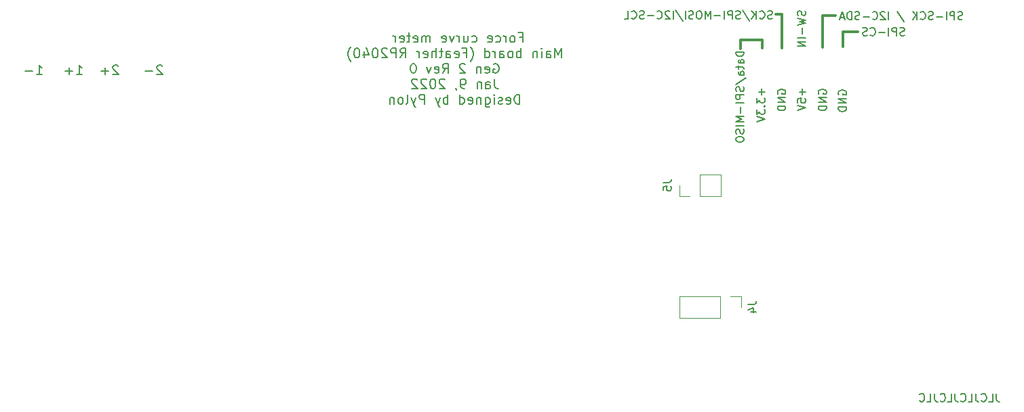
<source format=gbr>
%TF.GenerationSoftware,KiCad,Pcbnew,(6.0.0)*%
%TF.CreationDate,2022-01-09T22:19:22-05:00*%
%TF.ProjectId,Main-board-FeatherRP2040,4d61696e-2d62-46f6-9172-642d46656174,rev?*%
%TF.SameCoordinates,Original*%
%TF.FileFunction,Legend,Bot*%
%TF.FilePolarity,Positive*%
%FSLAX46Y46*%
G04 Gerber Fmt 4.6, Leading zero omitted, Abs format (unit mm)*
G04 Created by KiCad (PCBNEW (6.0.0)) date 2022-01-09 22:19:22*
%MOMM*%
%LPD*%
G01*
G04 APERTURE LIST*
%ADD10C,0.200000*%
%ADD11C,0.300000*%
%ADD12C,0.150000*%
%ADD13C,0.120000*%
G04 APERTURE END LIST*
D10*
X73685714Y-3850285D02*
X74085714Y-3850285D01*
X74085714Y-4478857D02*
X74085714Y-3278857D01*
X73514285Y-3278857D01*
X72885714Y-4478857D02*
X73000000Y-4421714D01*
X73057142Y-4364571D01*
X73114285Y-4250285D01*
X73114285Y-3907428D01*
X73057142Y-3793142D01*
X73000000Y-3736000D01*
X72885714Y-3678857D01*
X72714285Y-3678857D01*
X72600000Y-3736000D01*
X72542857Y-3793142D01*
X72485714Y-3907428D01*
X72485714Y-4250285D01*
X72542857Y-4364571D01*
X72600000Y-4421714D01*
X72714285Y-4478857D01*
X72885714Y-4478857D01*
X71971428Y-4478857D02*
X71971428Y-3678857D01*
X71971428Y-3907428D02*
X71914285Y-3793142D01*
X71857142Y-3736000D01*
X71742857Y-3678857D01*
X71628571Y-3678857D01*
X70714285Y-4421714D02*
X70828571Y-4478857D01*
X71057142Y-4478857D01*
X71171428Y-4421714D01*
X71228571Y-4364571D01*
X71285714Y-4250285D01*
X71285714Y-3907428D01*
X71228571Y-3793142D01*
X71171428Y-3736000D01*
X71057142Y-3678857D01*
X70828571Y-3678857D01*
X70714285Y-3736000D01*
X69742857Y-4421714D02*
X69857142Y-4478857D01*
X70085714Y-4478857D01*
X70200000Y-4421714D01*
X70257142Y-4307428D01*
X70257142Y-3850285D01*
X70200000Y-3736000D01*
X70085714Y-3678857D01*
X69857142Y-3678857D01*
X69742857Y-3736000D01*
X69685714Y-3850285D01*
X69685714Y-3964571D01*
X70257142Y-4078857D01*
X67742857Y-4421714D02*
X67857142Y-4478857D01*
X68085714Y-4478857D01*
X68200000Y-4421714D01*
X68257142Y-4364571D01*
X68314285Y-4250285D01*
X68314285Y-3907428D01*
X68257142Y-3793142D01*
X68200000Y-3736000D01*
X68085714Y-3678857D01*
X67857142Y-3678857D01*
X67742857Y-3736000D01*
X66714285Y-3678857D02*
X66714285Y-4478857D01*
X67228571Y-3678857D02*
X67228571Y-4307428D01*
X67171428Y-4421714D01*
X67057142Y-4478857D01*
X66885714Y-4478857D01*
X66771428Y-4421714D01*
X66714285Y-4364571D01*
X66142857Y-4478857D02*
X66142857Y-3678857D01*
X66142857Y-3907428D02*
X66085714Y-3793142D01*
X66028571Y-3736000D01*
X65914285Y-3678857D01*
X65800000Y-3678857D01*
X65514285Y-3678857D02*
X65228571Y-4478857D01*
X64942857Y-3678857D01*
X64028571Y-4421714D02*
X64142857Y-4478857D01*
X64371428Y-4478857D01*
X64485714Y-4421714D01*
X64542857Y-4307428D01*
X64542857Y-3850285D01*
X64485714Y-3736000D01*
X64371428Y-3678857D01*
X64142857Y-3678857D01*
X64028571Y-3736000D01*
X63971428Y-3850285D01*
X63971428Y-3964571D01*
X64542857Y-4078857D01*
X62542857Y-4478857D02*
X62542857Y-3678857D01*
X62542857Y-3793142D02*
X62485714Y-3736000D01*
X62371428Y-3678857D01*
X62200000Y-3678857D01*
X62085714Y-3736000D01*
X62028571Y-3850285D01*
X62028571Y-4478857D01*
X62028571Y-3850285D02*
X61971428Y-3736000D01*
X61857142Y-3678857D01*
X61685714Y-3678857D01*
X61571428Y-3736000D01*
X61514285Y-3850285D01*
X61514285Y-4478857D01*
X60485714Y-4421714D02*
X60600000Y-4478857D01*
X60828571Y-4478857D01*
X60942857Y-4421714D01*
X61000000Y-4307428D01*
X61000000Y-3850285D01*
X60942857Y-3736000D01*
X60828571Y-3678857D01*
X60600000Y-3678857D01*
X60485714Y-3736000D01*
X60428571Y-3850285D01*
X60428571Y-3964571D01*
X61000000Y-4078857D01*
X60085714Y-3678857D02*
X59628571Y-3678857D01*
X59914285Y-3278857D02*
X59914285Y-4307428D01*
X59857142Y-4421714D01*
X59742857Y-4478857D01*
X59628571Y-4478857D01*
X58771428Y-4421714D02*
X58885714Y-4478857D01*
X59114285Y-4478857D01*
X59228571Y-4421714D01*
X59285714Y-4307428D01*
X59285714Y-3850285D01*
X59228571Y-3736000D01*
X59114285Y-3678857D01*
X58885714Y-3678857D01*
X58771428Y-3736000D01*
X58714285Y-3850285D01*
X58714285Y-3964571D01*
X59285714Y-4078857D01*
X58200000Y-4478857D02*
X58200000Y-3678857D01*
X58200000Y-3907428D02*
X58142857Y-3793142D01*
X58085714Y-3736000D01*
X57971428Y-3678857D01*
X57857142Y-3678857D01*
X78914285Y-6410857D02*
X78914285Y-5210857D01*
X78514285Y-6068000D01*
X78114285Y-5210857D01*
X78114285Y-6410857D01*
X77028571Y-6410857D02*
X77028571Y-5782285D01*
X77085714Y-5668000D01*
X77200000Y-5610857D01*
X77428571Y-5610857D01*
X77542857Y-5668000D01*
X77028571Y-6353714D02*
X77142857Y-6410857D01*
X77428571Y-6410857D01*
X77542857Y-6353714D01*
X77600000Y-6239428D01*
X77600000Y-6125142D01*
X77542857Y-6010857D01*
X77428571Y-5953714D01*
X77142857Y-5953714D01*
X77028571Y-5896571D01*
X76457142Y-6410857D02*
X76457142Y-5610857D01*
X76457142Y-5210857D02*
X76514285Y-5268000D01*
X76457142Y-5325142D01*
X76400000Y-5268000D01*
X76457142Y-5210857D01*
X76457142Y-5325142D01*
X75885714Y-5610857D02*
X75885714Y-6410857D01*
X75885714Y-5725142D02*
X75828571Y-5668000D01*
X75714285Y-5610857D01*
X75542857Y-5610857D01*
X75428571Y-5668000D01*
X75371428Y-5782285D01*
X75371428Y-6410857D01*
X73885714Y-6410857D02*
X73885714Y-5210857D01*
X73885714Y-5668000D02*
X73771428Y-5610857D01*
X73542857Y-5610857D01*
X73428571Y-5668000D01*
X73371428Y-5725142D01*
X73314285Y-5839428D01*
X73314285Y-6182285D01*
X73371428Y-6296571D01*
X73428571Y-6353714D01*
X73542857Y-6410857D01*
X73771428Y-6410857D01*
X73885714Y-6353714D01*
X72628571Y-6410857D02*
X72742857Y-6353714D01*
X72800000Y-6296571D01*
X72857142Y-6182285D01*
X72857142Y-5839428D01*
X72800000Y-5725142D01*
X72742857Y-5668000D01*
X72628571Y-5610857D01*
X72457142Y-5610857D01*
X72342857Y-5668000D01*
X72285714Y-5725142D01*
X72228571Y-5839428D01*
X72228571Y-6182285D01*
X72285714Y-6296571D01*
X72342857Y-6353714D01*
X72457142Y-6410857D01*
X72628571Y-6410857D01*
X71200000Y-6410857D02*
X71200000Y-5782285D01*
X71257142Y-5668000D01*
X71371428Y-5610857D01*
X71600000Y-5610857D01*
X71714285Y-5668000D01*
X71200000Y-6353714D02*
X71314285Y-6410857D01*
X71600000Y-6410857D01*
X71714285Y-6353714D01*
X71771428Y-6239428D01*
X71771428Y-6125142D01*
X71714285Y-6010857D01*
X71600000Y-5953714D01*
X71314285Y-5953714D01*
X71200000Y-5896571D01*
X70628571Y-6410857D02*
X70628571Y-5610857D01*
X70628571Y-5839428D02*
X70571428Y-5725142D01*
X70514285Y-5668000D01*
X70400000Y-5610857D01*
X70285714Y-5610857D01*
X69371428Y-6410857D02*
X69371428Y-5210857D01*
X69371428Y-6353714D02*
X69485714Y-6410857D01*
X69714285Y-6410857D01*
X69828571Y-6353714D01*
X69885714Y-6296571D01*
X69942857Y-6182285D01*
X69942857Y-5839428D01*
X69885714Y-5725142D01*
X69828571Y-5668000D01*
X69714285Y-5610857D01*
X69485714Y-5610857D01*
X69371428Y-5668000D01*
X67542857Y-6868000D02*
X67600000Y-6810857D01*
X67714285Y-6639428D01*
X67771428Y-6525142D01*
X67828571Y-6353714D01*
X67885714Y-6068000D01*
X67885714Y-5839428D01*
X67828571Y-5553714D01*
X67771428Y-5382285D01*
X67714285Y-5268000D01*
X67600000Y-5096571D01*
X67542857Y-5039428D01*
X66685714Y-5782285D02*
X67085714Y-5782285D01*
X67085714Y-6410857D02*
X67085714Y-5210857D01*
X66514285Y-5210857D01*
X65599999Y-6353714D02*
X65714285Y-6410857D01*
X65942857Y-6410857D01*
X66057142Y-6353714D01*
X66114285Y-6239428D01*
X66114285Y-5782285D01*
X66057142Y-5668000D01*
X65942857Y-5610857D01*
X65714285Y-5610857D01*
X65599999Y-5668000D01*
X65542857Y-5782285D01*
X65542857Y-5896571D01*
X66114285Y-6010857D01*
X64514285Y-6410857D02*
X64514285Y-5782285D01*
X64571428Y-5668000D01*
X64685714Y-5610857D01*
X64914285Y-5610857D01*
X65028571Y-5668000D01*
X64514285Y-6353714D02*
X64628571Y-6410857D01*
X64914285Y-6410857D01*
X65028571Y-6353714D01*
X65085714Y-6239428D01*
X65085714Y-6125142D01*
X65028571Y-6010857D01*
X64914285Y-5953714D01*
X64628571Y-5953714D01*
X64514285Y-5896571D01*
X64114285Y-5610857D02*
X63657142Y-5610857D01*
X63942857Y-5210857D02*
X63942857Y-6239428D01*
X63885714Y-6353714D01*
X63771428Y-6410857D01*
X63657142Y-6410857D01*
X63257142Y-6410857D02*
X63257142Y-5210857D01*
X62742857Y-6410857D02*
X62742857Y-5782285D01*
X62799999Y-5668000D01*
X62914285Y-5610857D01*
X63085714Y-5610857D01*
X63199999Y-5668000D01*
X63257142Y-5725142D01*
X61714285Y-6353714D02*
X61828571Y-6410857D01*
X62057142Y-6410857D01*
X62171428Y-6353714D01*
X62228571Y-6239428D01*
X62228571Y-5782285D01*
X62171428Y-5668000D01*
X62057142Y-5610857D01*
X61828571Y-5610857D01*
X61714285Y-5668000D01*
X61657142Y-5782285D01*
X61657142Y-5896571D01*
X62228571Y-6010857D01*
X61142857Y-6410857D02*
X61142857Y-5610857D01*
X61142857Y-5839428D02*
X61085714Y-5725142D01*
X61028571Y-5668000D01*
X60914285Y-5610857D01*
X60799999Y-5610857D01*
X58799999Y-6410857D02*
X59199999Y-5839428D01*
X59485714Y-6410857D02*
X59485714Y-5210857D01*
X59028571Y-5210857D01*
X58914285Y-5268000D01*
X58857142Y-5325142D01*
X58799999Y-5439428D01*
X58799999Y-5610857D01*
X58857142Y-5725142D01*
X58914285Y-5782285D01*
X59028571Y-5839428D01*
X59485714Y-5839428D01*
X58285714Y-6410857D02*
X58285714Y-5210857D01*
X57828571Y-5210857D01*
X57714285Y-5268000D01*
X57657142Y-5325142D01*
X57599999Y-5439428D01*
X57599999Y-5610857D01*
X57657142Y-5725142D01*
X57714285Y-5782285D01*
X57828571Y-5839428D01*
X58285714Y-5839428D01*
X57142857Y-5325142D02*
X57085714Y-5268000D01*
X56971428Y-5210857D01*
X56685714Y-5210857D01*
X56571428Y-5268000D01*
X56514285Y-5325142D01*
X56457142Y-5439428D01*
X56457142Y-5553714D01*
X56514285Y-5725142D01*
X57199999Y-6410857D01*
X56457142Y-6410857D01*
X55714285Y-5210857D02*
X55599999Y-5210857D01*
X55485714Y-5268000D01*
X55428571Y-5325142D01*
X55371428Y-5439428D01*
X55314285Y-5668000D01*
X55314285Y-5953714D01*
X55371428Y-6182285D01*
X55428571Y-6296571D01*
X55485714Y-6353714D01*
X55599999Y-6410857D01*
X55714285Y-6410857D01*
X55828571Y-6353714D01*
X55885714Y-6296571D01*
X55942857Y-6182285D01*
X55999999Y-5953714D01*
X55999999Y-5668000D01*
X55942857Y-5439428D01*
X55885714Y-5325142D01*
X55828571Y-5268000D01*
X55714285Y-5210857D01*
X54285714Y-5610857D02*
X54285714Y-6410857D01*
X54571428Y-5153714D02*
X54857142Y-6010857D01*
X54114285Y-6010857D01*
X53428571Y-5210857D02*
X53314285Y-5210857D01*
X53199999Y-5268000D01*
X53142857Y-5325142D01*
X53085714Y-5439428D01*
X53028571Y-5668000D01*
X53028571Y-5953714D01*
X53085714Y-6182285D01*
X53142857Y-6296571D01*
X53199999Y-6353714D01*
X53314285Y-6410857D01*
X53428571Y-6410857D01*
X53542857Y-6353714D01*
X53599999Y-6296571D01*
X53657142Y-6182285D01*
X53714285Y-5953714D01*
X53714285Y-5668000D01*
X53657142Y-5439428D01*
X53599999Y-5325142D01*
X53542857Y-5268000D01*
X53428571Y-5210857D01*
X52628571Y-6868000D02*
X52571428Y-6810857D01*
X52457142Y-6639428D01*
X52399999Y-6525142D01*
X52342857Y-6353714D01*
X52285714Y-6068000D01*
X52285714Y-5839428D01*
X52342857Y-5553714D01*
X52399999Y-5382285D01*
X52457142Y-5268000D01*
X52571428Y-5096571D01*
X52628571Y-5039428D01*
X70428571Y-7200000D02*
X70542857Y-7142857D01*
X70714285Y-7142857D01*
X70885714Y-7200000D01*
X71000000Y-7314285D01*
X71057142Y-7428571D01*
X71114285Y-7657142D01*
X71114285Y-7828571D01*
X71057142Y-8057142D01*
X71000000Y-8171428D01*
X70885714Y-8285714D01*
X70714285Y-8342857D01*
X70600000Y-8342857D01*
X70428571Y-8285714D01*
X70371428Y-8228571D01*
X70371428Y-7828571D01*
X70600000Y-7828571D01*
X69400000Y-8285714D02*
X69514285Y-8342857D01*
X69742857Y-8342857D01*
X69857142Y-8285714D01*
X69914285Y-8171428D01*
X69914285Y-7714285D01*
X69857142Y-7600000D01*
X69742857Y-7542857D01*
X69514285Y-7542857D01*
X69400000Y-7600000D01*
X69342857Y-7714285D01*
X69342857Y-7828571D01*
X69914285Y-7942857D01*
X68828571Y-7542857D02*
X68828571Y-8342857D01*
X68828571Y-7657142D02*
X68771428Y-7600000D01*
X68657142Y-7542857D01*
X68485714Y-7542857D01*
X68371428Y-7600000D01*
X68314285Y-7714285D01*
X68314285Y-8342857D01*
X66885714Y-7257142D02*
X66828571Y-7200000D01*
X66714285Y-7142857D01*
X66428571Y-7142857D01*
X66314285Y-7200000D01*
X66257142Y-7257142D01*
X66200000Y-7371428D01*
X66200000Y-7485714D01*
X66257142Y-7657142D01*
X66942857Y-8342857D01*
X66200000Y-8342857D01*
X64085714Y-8342857D02*
X64485714Y-7771428D01*
X64771428Y-8342857D02*
X64771428Y-7142857D01*
X64314285Y-7142857D01*
X64200000Y-7200000D01*
X64142857Y-7257142D01*
X64085714Y-7371428D01*
X64085714Y-7542857D01*
X64142857Y-7657142D01*
X64200000Y-7714285D01*
X64314285Y-7771428D01*
X64771428Y-7771428D01*
X63114285Y-8285714D02*
X63228571Y-8342857D01*
X63457142Y-8342857D01*
X63571428Y-8285714D01*
X63628571Y-8171428D01*
X63628571Y-7714285D01*
X63571428Y-7600000D01*
X63457142Y-7542857D01*
X63228571Y-7542857D01*
X63114285Y-7600000D01*
X63057142Y-7714285D01*
X63057142Y-7828571D01*
X63628571Y-7942857D01*
X62657142Y-7542857D02*
X62371428Y-8342857D01*
X62085714Y-7542857D01*
X60485714Y-7142857D02*
X60371428Y-7142857D01*
X60257142Y-7200000D01*
X60200000Y-7257142D01*
X60142857Y-7371428D01*
X60085714Y-7600000D01*
X60085714Y-7885714D01*
X60142857Y-8114285D01*
X60200000Y-8228571D01*
X60257142Y-8285714D01*
X60371428Y-8342857D01*
X60485714Y-8342857D01*
X60600000Y-8285714D01*
X60657142Y-8228571D01*
X60714285Y-8114285D01*
X60771428Y-7885714D01*
X60771428Y-7600000D01*
X60714285Y-7371428D01*
X60657142Y-7257142D01*
X60600000Y-7200000D01*
X60485714Y-7142857D01*
X70571428Y-9074857D02*
X70571428Y-9932000D01*
X70628571Y-10103428D01*
X70742857Y-10217714D01*
X70914285Y-10274857D01*
X71028571Y-10274857D01*
X69485714Y-10274857D02*
X69485714Y-9646285D01*
X69542857Y-9532000D01*
X69657142Y-9474857D01*
X69885714Y-9474857D01*
X70000000Y-9532000D01*
X69485714Y-10217714D02*
X69600000Y-10274857D01*
X69885714Y-10274857D01*
X70000000Y-10217714D01*
X70057142Y-10103428D01*
X70057142Y-9989142D01*
X70000000Y-9874857D01*
X69885714Y-9817714D01*
X69600000Y-9817714D01*
X69485714Y-9760571D01*
X68914285Y-9474857D02*
X68914285Y-10274857D01*
X68914285Y-9589142D02*
X68857142Y-9532000D01*
X68742857Y-9474857D01*
X68571428Y-9474857D01*
X68457142Y-9532000D01*
X68400000Y-9646285D01*
X68400000Y-10274857D01*
X66857142Y-10274857D02*
X66628571Y-10274857D01*
X66514285Y-10217714D01*
X66457142Y-10160571D01*
X66342857Y-9989142D01*
X66285714Y-9760571D01*
X66285714Y-9303428D01*
X66342857Y-9189142D01*
X66400000Y-9132000D01*
X66514285Y-9074857D01*
X66742857Y-9074857D01*
X66857142Y-9132000D01*
X66914285Y-9189142D01*
X66971428Y-9303428D01*
X66971428Y-9589142D01*
X66914285Y-9703428D01*
X66857142Y-9760571D01*
X66742857Y-9817714D01*
X66514285Y-9817714D01*
X66400000Y-9760571D01*
X66342857Y-9703428D01*
X66285714Y-9589142D01*
X65714285Y-10217714D02*
X65714285Y-10274857D01*
X65771428Y-10389142D01*
X65828571Y-10446285D01*
X64342857Y-9189142D02*
X64285714Y-9132000D01*
X64171428Y-9074857D01*
X63885714Y-9074857D01*
X63771428Y-9132000D01*
X63714285Y-9189142D01*
X63657142Y-9303428D01*
X63657142Y-9417714D01*
X63714285Y-9589142D01*
X64400000Y-10274857D01*
X63657142Y-10274857D01*
X62914285Y-9074857D02*
X62800000Y-9074857D01*
X62685714Y-9132000D01*
X62628571Y-9189142D01*
X62571428Y-9303428D01*
X62514285Y-9532000D01*
X62514285Y-9817714D01*
X62571428Y-10046285D01*
X62628571Y-10160571D01*
X62685714Y-10217714D01*
X62800000Y-10274857D01*
X62914285Y-10274857D01*
X63028571Y-10217714D01*
X63085714Y-10160571D01*
X63142857Y-10046285D01*
X63200000Y-9817714D01*
X63200000Y-9532000D01*
X63142857Y-9303428D01*
X63085714Y-9189142D01*
X63028571Y-9132000D01*
X62914285Y-9074857D01*
X62057142Y-9189142D02*
X62000000Y-9132000D01*
X61885714Y-9074857D01*
X61600000Y-9074857D01*
X61485714Y-9132000D01*
X61428571Y-9189142D01*
X61371428Y-9303428D01*
X61371428Y-9417714D01*
X61428571Y-9589142D01*
X62114285Y-10274857D01*
X61371428Y-10274857D01*
X60914285Y-9189142D02*
X60857142Y-9132000D01*
X60742857Y-9074857D01*
X60457142Y-9074857D01*
X60342857Y-9132000D01*
X60285714Y-9189142D01*
X60228571Y-9303428D01*
X60228571Y-9417714D01*
X60285714Y-9589142D01*
X60971428Y-10274857D01*
X60228571Y-10274857D01*
X73714285Y-12206857D02*
X73714285Y-11006857D01*
X73428571Y-11006857D01*
X73257142Y-11064000D01*
X73142857Y-11178285D01*
X73085714Y-11292571D01*
X73028571Y-11521142D01*
X73028571Y-11692571D01*
X73085714Y-11921142D01*
X73142857Y-12035428D01*
X73257142Y-12149714D01*
X73428571Y-12206857D01*
X73714285Y-12206857D01*
X72057142Y-12149714D02*
X72171428Y-12206857D01*
X72400000Y-12206857D01*
X72514285Y-12149714D01*
X72571428Y-12035428D01*
X72571428Y-11578285D01*
X72514285Y-11464000D01*
X72400000Y-11406857D01*
X72171428Y-11406857D01*
X72057142Y-11464000D01*
X72000000Y-11578285D01*
X72000000Y-11692571D01*
X72571428Y-11806857D01*
X71542857Y-12149714D02*
X71428571Y-12206857D01*
X71200000Y-12206857D01*
X71085714Y-12149714D01*
X71028571Y-12035428D01*
X71028571Y-11978285D01*
X71085714Y-11864000D01*
X71200000Y-11806857D01*
X71371428Y-11806857D01*
X71485714Y-11749714D01*
X71542857Y-11635428D01*
X71542857Y-11578285D01*
X71485714Y-11464000D01*
X71371428Y-11406857D01*
X71200000Y-11406857D01*
X71085714Y-11464000D01*
X70514285Y-12206857D02*
X70514285Y-11406857D01*
X70514285Y-11006857D02*
X70571428Y-11064000D01*
X70514285Y-11121142D01*
X70457142Y-11064000D01*
X70514285Y-11006857D01*
X70514285Y-11121142D01*
X69428571Y-11406857D02*
X69428571Y-12378285D01*
X69485714Y-12492571D01*
X69542857Y-12549714D01*
X69657142Y-12606857D01*
X69828571Y-12606857D01*
X69942857Y-12549714D01*
X69428571Y-12149714D02*
X69542857Y-12206857D01*
X69771428Y-12206857D01*
X69885714Y-12149714D01*
X69942857Y-12092571D01*
X70000000Y-11978285D01*
X70000000Y-11635428D01*
X69942857Y-11521142D01*
X69885714Y-11464000D01*
X69771428Y-11406857D01*
X69542857Y-11406857D01*
X69428571Y-11464000D01*
X68857142Y-11406857D02*
X68857142Y-12206857D01*
X68857142Y-11521142D02*
X68800000Y-11464000D01*
X68685714Y-11406857D01*
X68514285Y-11406857D01*
X68400000Y-11464000D01*
X68342857Y-11578285D01*
X68342857Y-12206857D01*
X67314285Y-12149714D02*
X67428571Y-12206857D01*
X67657142Y-12206857D01*
X67771428Y-12149714D01*
X67828571Y-12035428D01*
X67828571Y-11578285D01*
X67771428Y-11464000D01*
X67657142Y-11406857D01*
X67428571Y-11406857D01*
X67314285Y-11464000D01*
X67257142Y-11578285D01*
X67257142Y-11692571D01*
X67828571Y-11806857D01*
X66228571Y-12206857D02*
X66228571Y-11006857D01*
X66228571Y-12149714D02*
X66342857Y-12206857D01*
X66571428Y-12206857D01*
X66685714Y-12149714D01*
X66742857Y-12092571D01*
X66800000Y-11978285D01*
X66800000Y-11635428D01*
X66742857Y-11521142D01*
X66685714Y-11464000D01*
X66571428Y-11406857D01*
X66342857Y-11406857D01*
X66228571Y-11464000D01*
X64742857Y-12206857D02*
X64742857Y-11006857D01*
X64742857Y-11464000D02*
X64628571Y-11406857D01*
X64400000Y-11406857D01*
X64285714Y-11464000D01*
X64228571Y-11521142D01*
X64171428Y-11635428D01*
X64171428Y-11978285D01*
X64228571Y-12092571D01*
X64285714Y-12149714D01*
X64400000Y-12206857D01*
X64628571Y-12206857D01*
X64742857Y-12149714D01*
X63771428Y-11406857D02*
X63485714Y-12206857D01*
X63200000Y-11406857D02*
X63485714Y-12206857D01*
X63600000Y-12492571D01*
X63657142Y-12549714D01*
X63771428Y-12606857D01*
X61828571Y-12206857D02*
X61828571Y-11006857D01*
X61371428Y-11006857D01*
X61257142Y-11064000D01*
X61200000Y-11121142D01*
X61142857Y-11235428D01*
X61142857Y-11406857D01*
X61200000Y-11521142D01*
X61257142Y-11578285D01*
X61371428Y-11635428D01*
X61828571Y-11635428D01*
X60742857Y-11406857D02*
X60457142Y-12206857D01*
X60171428Y-11406857D02*
X60457142Y-12206857D01*
X60571428Y-12492571D01*
X60628571Y-12549714D01*
X60742857Y-12606857D01*
X59542857Y-12206857D02*
X59657142Y-12149714D01*
X59714285Y-12035428D01*
X59714285Y-11006857D01*
X58914285Y-12206857D02*
X59028571Y-12149714D01*
X59085714Y-12092571D01*
X59142857Y-11978285D01*
X59142857Y-11635428D01*
X59085714Y-11521142D01*
X59028571Y-11464000D01*
X58914285Y-11406857D01*
X58742857Y-11406857D01*
X58628571Y-11464000D01*
X58571428Y-11521142D01*
X58514285Y-11635428D01*
X58514285Y-11978285D01*
X58571428Y-12092571D01*
X58628571Y-12149714D01*
X58742857Y-12206857D01*
X58914285Y-12206857D01*
X58000000Y-11406857D02*
X58000000Y-12206857D01*
X58000000Y-11521142D02*
X57942857Y-11464000D01*
X57828571Y-11406857D01*
X57657142Y-11406857D01*
X57542857Y-11464000D01*
X57485714Y-11578285D01*
X57485714Y-12206857D01*
D11*
X103950000Y-4200000D02*
X101250000Y-4200000D01*
X114050000Y-3200000D02*
X114050000Y-5000000D01*
X106450000Y-1000000D02*
X105650000Y-1000000D01*
X101250000Y-4200000D02*
X101250000Y-5300000D01*
X113150000Y-1100000D02*
X111550000Y-1100000D01*
X106450000Y-5200000D02*
X106450000Y-1000000D01*
X111550000Y-1100000D02*
X111550000Y-5100000D01*
X115950000Y-3200000D02*
X114050000Y-3200000D01*
X103950000Y-5200000D02*
X103950000Y-4200000D01*
D10*
X23585714Y-7457142D02*
X23528571Y-7400000D01*
X23414285Y-7342857D01*
X23128571Y-7342857D01*
X23014285Y-7400000D01*
X22957142Y-7457142D01*
X22900000Y-7571428D01*
X22900000Y-7685714D01*
X22957142Y-7857142D01*
X23642857Y-8542857D01*
X22900000Y-8542857D01*
X22385714Y-8085714D02*
X21471428Y-8085714D01*
X21928571Y-8542857D02*
X21928571Y-7628571D01*
D12*
X133219047Y-48452380D02*
X133219047Y-49166666D01*
X133266666Y-49309523D01*
X133361904Y-49404761D01*
X133504761Y-49452380D01*
X133600000Y-49452380D01*
X132266666Y-49452380D02*
X132742857Y-49452380D01*
X132742857Y-48452380D01*
X131361904Y-49357142D02*
X131409523Y-49404761D01*
X131552380Y-49452380D01*
X131647619Y-49452380D01*
X131790476Y-49404761D01*
X131885714Y-49309523D01*
X131933333Y-49214285D01*
X131980952Y-49023809D01*
X131980952Y-48880952D01*
X131933333Y-48690476D01*
X131885714Y-48595238D01*
X131790476Y-48500000D01*
X131647619Y-48452380D01*
X131552380Y-48452380D01*
X131409523Y-48500000D01*
X131361904Y-48547619D01*
X130647619Y-48452380D02*
X130647619Y-49166666D01*
X130695238Y-49309523D01*
X130790476Y-49404761D01*
X130933333Y-49452380D01*
X131028571Y-49452380D01*
X129695238Y-49452380D02*
X130171428Y-49452380D01*
X130171428Y-48452380D01*
X128790476Y-49357142D02*
X128838095Y-49404761D01*
X128980952Y-49452380D01*
X129076190Y-49452380D01*
X129219047Y-49404761D01*
X129314285Y-49309523D01*
X129361904Y-49214285D01*
X129409523Y-49023809D01*
X129409523Y-48880952D01*
X129361904Y-48690476D01*
X129314285Y-48595238D01*
X129219047Y-48500000D01*
X129076190Y-48452380D01*
X128980952Y-48452380D01*
X128838095Y-48500000D01*
X128790476Y-48547619D01*
X128076190Y-48452380D02*
X128076190Y-49166666D01*
X128123809Y-49309523D01*
X128219047Y-49404761D01*
X128361904Y-49452380D01*
X128457142Y-49452380D01*
X127123809Y-49452380D02*
X127600000Y-49452380D01*
X127600000Y-48452380D01*
X126219047Y-49357142D02*
X126266666Y-49404761D01*
X126409523Y-49452380D01*
X126504761Y-49452380D01*
X126647619Y-49404761D01*
X126742857Y-49309523D01*
X126790476Y-49214285D01*
X126838095Y-49023809D01*
X126838095Y-48880952D01*
X126790476Y-48690476D01*
X126742857Y-48595238D01*
X126647619Y-48500000D01*
X126504761Y-48452380D01*
X126409523Y-48452380D01*
X126266666Y-48500000D01*
X126219047Y-48547619D01*
X125504761Y-48452380D02*
X125504761Y-49166666D01*
X125552380Y-49309523D01*
X125647619Y-49404761D01*
X125790476Y-49452380D01*
X125885714Y-49452380D01*
X124552380Y-49452380D02*
X125028571Y-49452380D01*
X125028571Y-48452380D01*
X123647619Y-49357142D02*
X123695238Y-49404761D01*
X123838095Y-49452380D01*
X123933333Y-49452380D01*
X124076190Y-49404761D01*
X124171428Y-49309523D01*
X124219047Y-49214285D01*
X124266666Y-49023809D01*
X124266666Y-48880952D01*
X124219047Y-48690476D01*
X124171428Y-48595238D01*
X124076190Y-48500000D01*
X123933333Y-48452380D01*
X123838095Y-48452380D01*
X123695238Y-48500000D01*
X123647619Y-48547619D01*
D10*
X128992857Y-1604761D02*
X128850000Y-1652380D01*
X128611904Y-1652380D01*
X128516666Y-1604761D01*
X128469047Y-1557142D01*
X128421428Y-1461904D01*
X128421428Y-1366666D01*
X128469047Y-1271428D01*
X128516666Y-1223809D01*
X128611904Y-1176190D01*
X128802380Y-1128571D01*
X128897619Y-1080952D01*
X128945238Y-1033333D01*
X128992857Y-938095D01*
X128992857Y-842857D01*
X128945238Y-747619D01*
X128897619Y-700000D01*
X128802380Y-652380D01*
X128564285Y-652380D01*
X128421428Y-700000D01*
X127992857Y-1652380D02*
X127992857Y-652380D01*
X127611904Y-652380D01*
X127516666Y-700000D01*
X127469047Y-747619D01*
X127421428Y-842857D01*
X127421428Y-985714D01*
X127469047Y-1080952D01*
X127516666Y-1128571D01*
X127611904Y-1176190D01*
X127992857Y-1176190D01*
X126992857Y-1652380D02*
X126992857Y-652380D01*
X126516666Y-1271428D02*
X125754761Y-1271428D01*
X125326190Y-1604761D02*
X125183333Y-1652380D01*
X124945238Y-1652380D01*
X124850000Y-1604761D01*
X124802380Y-1557142D01*
X124754761Y-1461904D01*
X124754761Y-1366666D01*
X124802380Y-1271428D01*
X124850000Y-1223809D01*
X124945238Y-1176190D01*
X125135714Y-1128571D01*
X125230952Y-1080952D01*
X125278571Y-1033333D01*
X125326190Y-938095D01*
X125326190Y-842857D01*
X125278571Y-747619D01*
X125230952Y-700000D01*
X125135714Y-652380D01*
X124897619Y-652380D01*
X124754761Y-700000D01*
X123754761Y-1557142D02*
X123802380Y-1604761D01*
X123945238Y-1652380D01*
X124040476Y-1652380D01*
X124183333Y-1604761D01*
X124278571Y-1509523D01*
X124326190Y-1414285D01*
X124373809Y-1223809D01*
X124373809Y-1080952D01*
X124326190Y-890476D01*
X124278571Y-795238D01*
X124183333Y-700000D01*
X124040476Y-652380D01*
X123945238Y-652380D01*
X123802380Y-700000D01*
X123754761Y-747619D01*
X123326190Y-1652380D02*
X123326190Y-652380D01*
X122754761Y-1652380D02*
X123183333Y-1080952D01*
X122754761Y-652380D02*
X123326190Y-1223809D01*
X120850000Y-604761D02*
X121707142Y-1890476D01*
X119754761Y-1652380D02*
X119754761Y-652380D01*
X119326190Y-747619D02*
X119278571Y-700000D01*
X119183333Y-652380D01*
X118945238Y-652380D01*
X118850000Y-700000D01*
X118802380Y-747619D01*
X118754761Y-842857D01*
X118754761Y-938095D01*
X118802380Y-1080952D01*
X119373809Y-1652380D01*
X118754761Y-1652380D01*
X117754761Y-1557142D02*
X117802380Y-1604761D01*
X117945238Y-1652380D01*
X118040476Y-1652380D01*
X118183333Y-1604761D01*
X118278571Y-1509523D01*
X118326190Y-1414285D01*
X118373809Y-1223809D01*
X118373809Y-1080952D01*
X118326190Y-890476D01*
X118278571Y-795238D01*
X118183333Y-700000D01*
X118040476Y-652380D01*
X117945238Y-652380D01*
X117802380Y-700000D01*
X117754761Y-747619D01*
X117326190Y-1271428D02*
X116564285Y-1271428D01*
X116135714Y-1604761D02*
X115992857Y-1652380D01*
X115754761Y-1652380D01*
X115659523Y-1604761D01*
X115611904Y-1557142D01*
X115564285Y-1461904D01*
X115564285Y-1366666D01*
X115611904Y-1271428D01*
X115659523Y-1223809D01*
X115754761Y-1176190D01*
X115945238Y-1128571D01*
X116040476Y-1080952D01*
X116088095Y-1033333D01*
X116135714Y-938095D01*
X116135714Y-842857D01*
X116088095Y-747619D01*
X116040476Y-700000D01*
X115945238Y-652380D01*
X115707142Y-652380D01*
X115564285Y-700000D01*
X115135714Y-1652380D02*
X115135714Y-652380D01*
X114897619Y-652380D01*
X114754761Y-700000D01*
X114659523Y-795238D01*
X114611904Y-890476D01*
X114564285Y-1080952D01*
X114564285Y-1223809D01*
X114611904Y-1414285D01*
X114659523Y-1509523D01*
X114754761Y-1604761D01*
X114897619Y-1652380D01*
X115135714Y-1652380D01*
X114183333Y-1366666D02*
X113707142Y-1366666D01*
X114278571Y-1652380D02*
X113945238Y-652380D01*
X113611904Y-1652380D01*
X121769047Y-3604761D02*
X121626190Y-3652380D01*
X121388095Y-3652380D01*
X121292857Y-3604761D01*
X121245238Y-3557142D01*
X121197619Y-3461904D01*
X121197619Y-3366666D01*
X121245238Y-3271428D01*
X121292857Y-3223809D01*
X121388095Y-3176190D01*
X121578571Y-3128571D01*
X121673809Y-3080952D01*
X121721428Y-3033333D01*
X121769047Y-2938095D01*
X121769047Y-2842857D01*
X121721428Y-2747619D01*
X121673809Y-2700000D01*
X121578571Y-2652380D01*
X121340476Y-2652380D01*
X121197619Y-2700000D01*
X120769047Y-3652380D02*
X120769047Y-2652380D01*
X120388095Y-2652380D01*
X120292857Y-2700000D01*
X120245238Y-2747619D01*
X120197619Y-2842857D01*
X120197619Y-2985714D01*
X120245238Y-3080952D01*
X120292857Y-3128571D01*
X120388095Y-3176190D01*
X120769047Y-3176190D01*
X119769047Y-3652380D02*
X119769047Y-2652380D01*
X119292857Y-3271428D02*
X118530952Y-3271428D01*
X117483333Y-3557142D02*
X117530952Y-3604761D01*
X117673809Y-3652380D01*
X117769047Y-3652380D01*
X117911904Y-3604761D01*
X118007142Y-3509523D01*
X118054761Y-3414285D01*
X118102380Y-3223809D01*
X118102380Y-3080952D01*
X118054761Y-2890476D01*
X118007142Y-2795238D01*
X117911904Y-2700000D01*
X117769047Y-2652380D01*
X117673809Y-2652380D01*
X117530952Y-2700000D01*
X117483333Y-2747619D01*
X117102380Y-3604761D02*
X116959523Y-3652380D01*
X116721428Y-3652380D01*
X116626190Y-3604761D01*
X116578571Y-3557142D01*
X116530952Y-3461904D01*
X116530952Y-3366666D01*
X116578571Y-3271428D01*
X116626190Y-3223809D01*
X116721428Y-3176190D01*
X116911904Y-3128571D01*
X117007142Y-3080952D01*
X117054761Y-3033333D01*
X117102380Y-2938095D01*
X117102380Y-2842857D01*
X117054761Y-2747619D01*
X117007142Y-2700000D01*
X116911904Y-2652380D01*
X116673809Y-2652380D01*
X116530952Y-2700000D01*
X111050000Y-10938095D02*
X111002380Y-10842857D01*
X111002380Y-10700000D01*
X111050000Y-10557142D01*
X111145238Y-10461904D01*
X111240476Y-10414285D01*
X111430952Y-10366666D01*
X111573809Y-10366666D01*
X111764285Y-10414285D01*
X111859523Y-10461904D01*
X111954761Y-10557142D01*
X112002380Y-10700000D01*
X112002380Y-10795238D01*
X111954761Y-10938095D01*
X111907142Y-10985714D01*
X111573809Y-10985714D01*
X111573809Y-10795238D01*
X112002380Y-11414285D02*
X111002380Y-11414285D01*
X112002380Y-11985714D01*
X111002380Y-11985714D01*
X112002380Y-12461904D02*
X111002380Y-12461904D01*
X111002380Y-12700000D01*
X111050000Y-12842857D01*
X111145238Y-12938095D01*
X111240476Y-12985714D01*
X111430952Y-13033333D01*
X111573809Y-13033333D01*
X111764285Y-12985714D01*
X111859523Y-12938095D01*
X111954761Y-12842857D01*
X112002380Y-12700000D01*
X112002380Y-12461904D01*
X105240476Y-1504761D02*
X105097619Y-1552380D01*
X104859523Y-1552380D01*
X104764285Y-1504761D01*
X104716666Y-1457142D01*
X104669047Y-1361904D01*
X104669047Y-1266666D01*
X104716666Y-1171428D01*
X104764285Y-1123809D01*
X104859523Y-1076190D01*
X105050000Y-1028571D01*
X105145238Y-980952D01*
X105192857Y-933333D01*
X105240476Y-838095D01*
X105240476Y-742857D01*
X105192857Y-647619D01*
X105145238Y-600000D01*
X105050000Y-552380D01*
X104811904Y-552380D01*
X104669047Y-600000D01*
X103669047Y-1457142D02*
X103716666Y-1504761D01*
X103859523Y-1552380D01*
X103954761Y-1552380D01*
X104097619Y-1504761D01*
X104192857Y-1409523D01*
X104240476Y-1314285D01*
X104288095Y-1123809D01*
X104288095Y-980952D01*
X104240476Y-790476D01*
X104192857Y-695238D01*
X104097619Y-600000D01*
X103954761Y-552380D01*
X103859523Y-552380D01*
X103716666Y-600000D01*
X103669047Y-647619D01*
X103240476Y-1552380D02*
X103240476Y-552380D01*
X102669047Y-1552380D02*
X103097619Y-980952D01*
X102669047Y-552380D02*
X103240476Y-1123809D01*
X101526190Y-504761D02*
X102383333Y-1790476D01*
X101240476Y-1504761D02*
X101097619Y-1552380D01*
X100859523Y-1552380D01*
X100764285Y-1504761D01*
X100716666Y-1457142D01*
X100669047Y-1361904D01*
X100669047Y-1266666D01*
X100716666Y-1171428D01*
X100764285Y-1123809D01*
X100859523Y-1076190D01*
X101050000Y-1028571D01*
X101145238Y-980952D01*
X101192857Y-933333D01*
X101240476Y-838095D01*
X101240476Y-742857D01*
X101192857Y-647619D01*
X101145238Y-600000D01*
X101050000Y-552380D01*
X100811904Y-552380D01*
X100669047Y-600000D01*
X100240476Y-1552380D02*
X100240476Y-552380D01*
X99859523Y-552380D01*
X99764285Y-600000D01*
X99716666Y-647619D01*
X99669047Y-742857D01*
X99669047Y-885714D01*
X99716666Y-980952D01*
X99764285Y-1028571D01*
X99859523Y-1076190D01*
X100240476Y-1076190D01*
X99240476Y-1552380D02*
X99240476Y-552380D01*
X98764285Y-1171428D02*
X98002380Y-1171428D01*
X97526190Y-1552380D02*
X97526190Y-552380D01*
X97192857Y-1266666D01*
X96859523Y-552380D01*
X96859523Y-1552380D01*
X96192857Y-552380D02*
X96002380Y-552380D01*
X95907142Y-600000D01*
X95811904Y-695238D01*
X95764285Y-885714D01*
X95764285Y-1219047D01*
X95811904Y-1409523D01*
X95907142Y-1504761D01*
X96002380Y-1552380D01*
X96192857Y-1552380D01*
X96288095Y-1504761D01*
X96383333Y-1409523D01*
X96430952Y-1219047D01*
X96430952Y-885714D01*
X96383333Y-695238D01*
X96288095Y-600000D01*
X96192857Y-552380D01*
X95383333Y-1504761D02*
X95240476Y-1552380D01*
X95002380Y-1552380D01*
X94907142Y-1504761D01*
X94859523Y-1457142D01*
X94811904Y-1361904D01*
X94811904Y-1266666D01*
X94859523Y-1171428D01*
X94907142Y-1123809D01*
X95002380Y-1076190D01*
X95192857Y-1028571D01*
X95288095Y-980952D01*
X95335714Y-933333D01*
X95383333Y-838095D01*
X95383333Y-742857D01*
X95335714Y-647619D01*
X95288095Y-600000D01*
X95192857Y-552380D01*
X94954761Y-552380D01*
X94811904Y-600000D01*
X94383333Y-1552380D02*
X94383333Y-552380D01*
X93192857Y-504761D02*
X94050000Y-1790476D01*
X92859523Y-1552380D02*
X92859523Y-552380D01*
X92430952Y-647619D02*
X92383333Y-600000D01*
X92288095Y-552380D01*
X92050000Y-552380D01*
X91954761Y-600000D01*
X91907142Y-647619D01*
X91859523Y-742857D01*
X91859523Y-838095D01*
X91907142Y-980952D01*
X92478571Y-1552380D01*
X91859523Y-1552380D01*
X90859523Y-1457142D02*
X90907142Y-1504761D01*
X91050000Y-1552380D01*
X91145238Y-1552380D01*
X91288095Y-1504761D01*
X91383333Y-1409523D01*
X91430952Y-1314285D01*
X91478571Y-1123809D01*
X91478571Y-980952D01*
X91430952Y-790476D01*
X91383333Y-695238D01*
X91288095Y-600000D01*
X91145238Y-552380D01*
X91050000Y-552380D01*
X90907142Y-600000D01*
X90859523Y-647619D01*
X90430952Y-1171428D02*
X89669047Y-1171428D01*
X89240476Y-1504761D02*
X89097619Y-1552380D01*
X88859523Y-1552380D01*
X88764285Y-1504761D01*
X88716666Y-1457142D01*
X88669047Y-1361904D01*
X88669047Y-1266666D01*
X88716666Y-1171428D01*
X88764285Y-1123809D01*
X88859523Y-1076190D01*
X89050000Y-1028571D01*
X89145238Y-980952D01*
X89192857Y-933333D01*
X89240476Y-838095D01*
X89240476Y-742857D01*
X89192857Y-647619D01*
X89145238Y-600000D01*
X89050000Y-552380D01*
X88811904Y-552380D01*
X88669047Y-600000D01*
X87669047Y-1457142D02*
X87716666Y-1504761D01*
X87859523Y-1552380D01*
X87954761Y-1552380D01*
X88097619Y-1504761D01*
X88192857Y-1409523D01*
X88240476Y-1314285D01*
X88288095Y-1123809D01*
X88288095Y-980952D01*
X88240476Y-790476D01*
X88192857Y-695238D01*
X88097619Y-600000D01*
X87954761Y-552380D01*
X87859523Y-552380D01*
X87716666Y-600000D01*
X87669047Y-647619D01*
X86764285Y-1552380D02*
X87240476Y-1552380D01*
X87240476Y-552380D01*
X101702380Y-5680952D02*
X100702380Y-5680952D01*
X100702380Y-5919047D01*
X100750000Y-6061904D01*
X100845238Y-6157142D01*
X100940476Y-6204761D01*
X101130952Y-6252380D01*
X101273809Y-6252380D01*
X101464285Y-6204761D01*
X101559523Y-6157142D01*
X101654761Y-6061904D01*
X101702380Y-5919047D01*
X101702380Y-5680952D01*
X101702380Y-7109523D02*
X101178571Y-7109523D01*
X101083333Y-7061904D01*
X101035714Y-6966666D01*
X101035714Y-6776190D01*
X101083333Y-6680952D01*
X101654761Y-7109523D02*
X101702380Y-7014285D01*
X101702380Y-6776190D01*
X101654761Y-6680952D01*
X101559523Y-6633333D01*
X101464285Y-6633333D01*
X101369047Y-6680952D01*
X101321428Y-6776190D01*
X101321428Y-7014285D01*
X101273809Y-7109523D01*
X101035714Y-7442857D02*
X101035714Y-7823809D01*
X100702380Y-7585714D02*
X101559523Y-7585714D01*
X101654761Y-7633333D01*
X101702380Y-7728571D01*
X101702380Y-7823809D01*
X101702380Y-8585714D02*
X101178571Y-8585714D01*
X101083333Y-8538095D01*
X101035714Y-8442857D01*
X101035714Y-8252380D01*
X101083333Y-8157142D01*
X101654761Y-8585714D02*
X101702380Y-8490476D01*
X101702380Y-8252380D01*
X101654761Y-8157142D01*
X101559523Y-8109523D01*
X101464285Y-8109523D01*
X101369047Y-8157142D01*
X101321428Y-8252380D01*
X101321428Y-8490476D01*
X101273809Y-8585714D01*
X100654761Y-9776190D02*
X101940476Y-8919047D01*
X101654761Y-10061904D02*
X101702380Y-10204761D01*
X101702380Y-10442857D01*
X101654761Y-10538095D01*
X101607142Y-10585714D01*
X101511904Y-10633333D01*
X101416666Y-10633333D01*
X101321428Y-10585714D01*
X101273809Y-10538095D01*
X101226190Y-10442857D01*
X101178571Y-10252380D01*
X101130952Y-10157142D01*
X101083333Y-10109523D01*
X100988095Y-10061904D01*
X100892857Y-10061904D01*
X100797619Y-10109523D01*
X100750000Y-10157142D01*
X100702380Y-10252380D01*
X100702380Y-10490476D01*
X100750000Y-10633333D01*
X101702380Y-11061904D02*
X100702380Y-11061904D01*
X100702380Y-11442857D01*
X100750000Y-11538095D01*
X100797619Y-11585714D01*
X100892857Y-11633333D01*
X101035714Y-11633333D01*
X101130952Y-11585714D01*
X101178571Y-11538095D01*
X101226190Y-11442857D01*
X101226190Y-11061904D01*
X101702380Y-12061904D02*
X100702380Y-12061904D01*
X101321428Y-12538095D02*
X101321428Y-13300000D01*
X101702380Y-13776190D02*
X100702380Y-13776190D01*
X101416666Y-14109523D01*
X100702380Y-14442857D01*
X101702380Y-14442857D01*
X101702380Y-14919047D02*
X100702380Y-14919047D01*
X101654761Y-15347619D02*
X101702380Y-15490476D01*
X101702380Y-15728571D01*
X101654761Y-15823809D01*
X101607142Y-15871428D01*
X101511904Y-15919047D01*
X101416666Y-15919047D01*
X101321428Y-15871428D01*
X101273809Y-15823809D01*
X101226190Y-15728571D01*
X101178571Y-15538095D01*
X101130952Y-15442857D01*
X101083333Y-15395238D01*
X100988095Y-15347619D01*
X100892857Y-15347619D01*
X100797619Y-15395238D01*
X100750000Y-15442857D01*
X100702380Y-15538095D01*
X100702380Y-15776190D01*
X100750000Y-15919047D01*
X100702380Y-16538095D02*
X100702380Y-16728571D01*
X100750000Y-16823809D01*
X100845238Y-16919047D01*
X101035714Y-16966666D01*
X101369047Y-16966666D01*
X101559523Y-16919047D01*
X101654761Y-16823809D01*
X101702380Y-16728571D01*
X101702380Y-16538095D01*
X101654761Y-16442857D01*
X101559523Y-16347619D01*
X101369047Y-16300000D01*
X101035714Y-16300000D01*
X100845238Y-16347619D01*
X100750000Y-16442857D01*
X100702380Y-16538095D01*
X109021428Y-10314285D02*
X109021428Y-11076190D01*
X109402380Y-10695238D02*
X108640476Y-10695238D01*
X108402380Y-12028571D02*
X108402380Y-11552380D01*
X108878571Y-11504761D01*
X108830952Y-11552380D01*
X108783333Y-11647619D01*
X108783333Y-11885714D01*
X108830952Y-11980952D01*
X108878571Y-12028571D01*
X108973809Y-12076190D01*
X109211904Y-12076190D01*
X109307142Y-12028571D01*
X109354761Y-11980952D01*
X109402380Y-11885714D01*
X109402380Y-11647619D01*
X109354761Y-11552380D01*
X109307142Y-11504761D01*
X108402380Y-12361904D02*
X109402380Y-12695238D01*
X108402380Y-13028571D01*
X103921428Y-10300000D02*
X103921428Y-11061904D01*
X104302380Y-10680952D02*
X103540476Y-10680952D01*
X103302380Y-11442857D02*
X103302380Y-12061904D01*
X103683333Y-11728571D01*
X103683333Y-11871428D01*
X103730952Y-11966666D01*
X103778571Y-12014285D01*
X103873809Y-12061904D01*
X104111904Y-12061904D01*
X104207142Y-12014285D01*
X104254761Y-11966666D01*
X104302380Y-11871428D01*
X104302380Y-11585714D01*
X104254761Y-11490476D01*
X104207142Y-11442857D01*
X104207142Y-12490476D02*
X104254761Y-12538095D01*
X104302380Y-12490476D01*
X104254761Y-12442857D01*
X104207142Y-12490476D01*
X104302380Y-12490476D01*
X103302380Y-12871428D02*
X103302380Y-13490476D01*
X103683333Y-13157142D01*
X103683333Y-13300000D01*
X103730952Y-13395238D01*
X103778571Y-13442857D01*
X103873809Y-13490476D01*
X104111904Y-13490476D01*
X104207142Y-13442857D01*
X104254761Y-13395238D01*
X104302380Y-13300000D01*
X104302380Y-13014285D01*
X104254761Y-12919047D01*
X104207142Y-12871428D01*
X103302380Y-13776190D02*
X104302380Y-14109523D01*
X103302380Y-14442857D01*
X18400000Y-8542857D02*
X19085714Y-8542857D01*
X18742857Y-8542857D02*
X18742857Y-7342857D01*
X18857142Y-7514285D01*
X18971428Y-7628571D01*
X19085714Y-7685714D01*
X17885714Y-8085714D02*
X16971428Y-8085714D01*
X17428571Y-8542857D02*
X17428571Y-7628571D01*
X113550000Y-11038095D02*
X113502380Y-10942857D01*
X113502380Y-10800000D01*
X113550000Y-10657142D01*
X113645238Y-10561904D01*
X113740476Y-10514285D01*
X113930952Y-10466666D01*
X114073809Y-10466666D01*
X114264285Y-10514285D01*
X114359523Y-10561904D01*
X114454761Y-10657142D01*
X114502380Y-10800000D01*
X114502380Y-10895238D01*
X114454761Y-11038095D01*
X114407142Y-11085714D01*
X114073809Y-11085714D01*
X114073809Y-10895238D01*
X114502380Y-11514285D02*
X113502380Y-11514285D01*
X114502380Y-12085714D01*
X113502380Y-12085714D01*
X114502380Y-12561904D02*
X113502380Y-12561904D01*
X113502380Y-12800000D01*
X113550000Y-12942857D01*
X113645238Y-13038095D01*
X113740476Y-13085714D01*
X113930952Y-13133333D01*
X114073809Y-13133333D01*
X114264285Y-13085714D01*
X114359523Y-13038095D01*
X114454761Y-12942857D01*
X114502380Y-12800000D01*
X114502380Y-12561904D01*
X109354761Y-561904D02*
X109402380Y-704761D01*
X109402380Y-942857D01*
X109354761Y-1038095D01*
X109307142Y-1085714D01*
X109211904Y-1133333D01*
X109116666Y-1133333D01*
X109021428Y-1085714D01*
X108973809Y-1038095D01*
X108926190Y-942857D01*
X108878571Y-752380D01*
X108830952Y-657142D01*
X108783333Y-609523D01*
X108688095Y-561904D01*
X108592857Y-561904D01*
X108497619Y-609523D01*
X108450000Y-657142D01*
X108402380Y-752380D01*
X108402380Y-990476D01*
X108450000Y-1133333D01*
X108402380Y-1466666D02*
X109402380Y-1704761D01*
X108688095Y-1895238D01*
X109402380Y-2085714D01*
X108402380Y-2323809D01*
X109021428Y-2704761D02*
X109021428Y-3466666D01*
X109402380Y-3942857D02*
X108402380Y-3942857D01*
X109402380Y-4419047D02*
X108402380Y-4419047D01*
X109402380Y-4990476D01*
X108402380Y-4990476D01*
X13400000Y-8542857D02*
X14085714Y-8542857D01*
X13742857Y-8542857D02*
X13742857Y-7342857D01*
X13857142Y-7514285D01*
X13971428Y-7628571D01*
X14085714Y-7685714D01*
X12885714Y-8085714D02*
X11971428Y-8085714D01*
X105950000Y-10938095D02*
X105902380Y-10842857D01*
X105902380Y-10700000D01*
X105950000Y-10557142D01*
X106045238Y-10461904D01*
X106140476Y-10414285D01*
X106330952Y-10366666D01*
X106473809Y-10366666D01*
X106664285Y-10414285D01*
X106759523Y-10461904D01*
X106854761Y-10557142D01*
X106902380Y-10700000D01*
X106902380Y-10795238D01*
X106854761Y-10938095D01*
X106807142Y-10985714D01*
X106473809Y-10985714D01*
X106473809Y-10795238D01*
X106902380Y-11414285D02*
X105902380Y-11414285D01*
X106902380Y-11985714D01*
X105902380Y-11985714D01*
X106902380Y-12461904D02*
X105902380Y-12461904D01*
X105902380Y-12700000D01*
X105950000Y-12842857D01*
X106045238Y-12938095D01*
X106140476Y-12985714D01*
X106330952Y-13033333D01*
X106473809Y-13033333D01*
X106664285Y-12985714D01*
X106759523Y-12938095D01*
X106854761Y-12842857D01*
X106902380Y-12700000D01*
X106902380Y-12461904D01*
X29085714Y-7457142D02*
X29028571Y-7400000D01*
X28914285Y-7342857D01*
X28628571Y-7342857D01*
X28514285Y-7400000D01*
X28457142Y-7457142D01*
X28400000Y-7571428D01*
X28400000Y-7685714D01*
X28457142Y-7857142D01*
X29142857Y-8542857D01*
X28400000Y-8542857D01*
X27885714Y-8085714D02*
X26971428Y-8085714D01*
D12*
%TO.C,J4*%
X102252380Y-37286666D02*
X102966666Y-37286666D01*
X103109523Y-37239047D01*
X103204761Y-37143809D01*
X103252380Y-37000952D01*
X103252380Y-36905714D01*
X102585714Y-38191428D02*
X103252380Y-38191428D01*
X102204761Y-37953333D02*
X102919047Y-37715238D01*
X102919047Y-38334285D01*
%TO.C,J5*%
X91632380Y-22046666D02*
X92346666Y-22046666D01*
X92489523Y-21999047D01*
X92584761Y-21903809D01*
X92632380Y-21760952D01*
X92632380Y-21665714D01*
X91632380Y-22999047D02*
X91632380Y-22522857D01*
X92108571Y-22475238D01*
X92060952Y-22522857D01*
X92013333Y-22618095D01*
X92013333Y-22856190D01*
X92060952Y-22951428D01*
X92108571Y-22999047D01*
X92203809Y-23046666D01*
X92441904Y-23046666D01*
X92537142Y-22999047D01*
X92584761Y-22951428D01*
X92632380Y-22856190D01*
X92632380Y-22618095D01*
X92584761Y-22522857D01*
X92537142Y-22475238D01*
D13*
%TO.C,J4*%
X101360000Y-37620000D02*
X101360000Y-36290000D01*
X98760000Y-38950000D02*
X93620000Y-38950000D01*
X93620000Y-38950000D02*
X93620000Y-36290000D01*
X98760000Y-36290000D02*
X93620000Y-36290000D01*
X101360000Y-36290000D02*
X100030000Y-36290000D01*
X98760000Y-38950000D02*
X98760000Y-36290000D01*
%TO.C,J5*%
X96220000Y-21050000D02*
X98820000Y-21050000D01*
X96220000Y-21050000D02*
X96220000Y-23710000D01*
X93620000Y-23710000D02*
X94950000Y-23710000D01*
X96220000Y-23710000D02*
X98820000Y-23710000D01*
X98820000Y-21050000D02*
X98820000Y-23710000D01*
X93620000Y-22380000D02*
X93620000Y-23710000D01*
%TD*%
M02*

</source>
